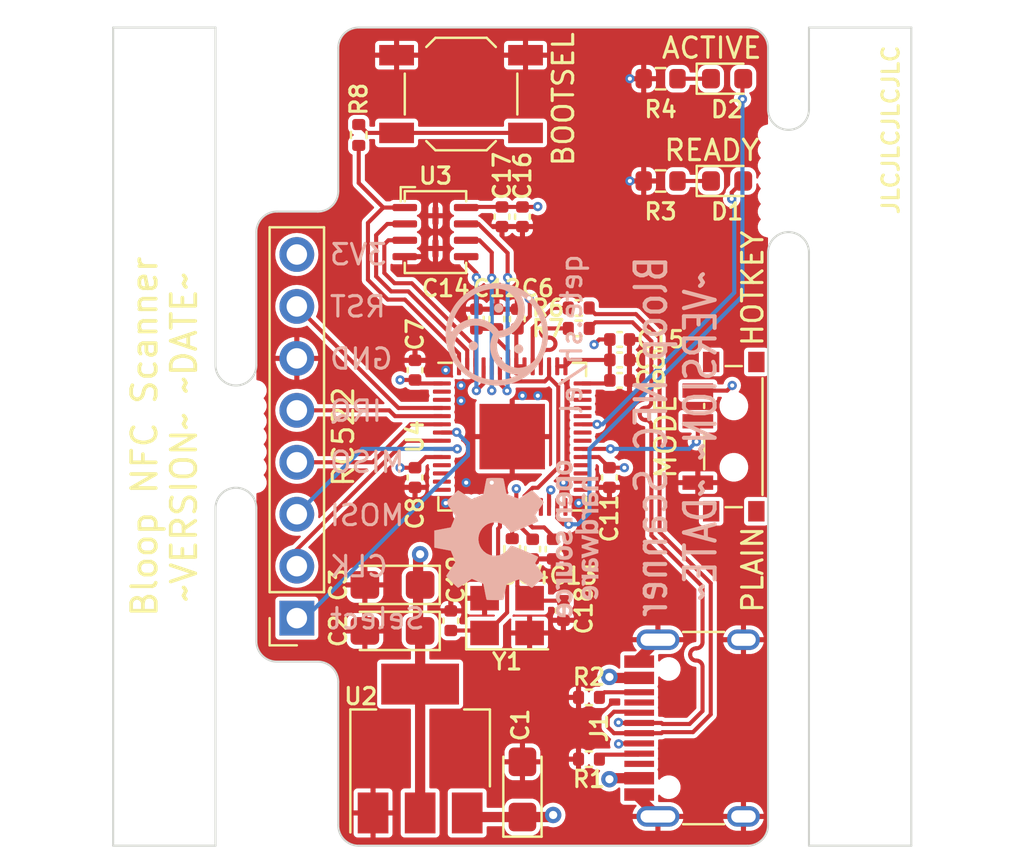
<source format=kicad_pcb>
(kicad_pcb (version 20240108) (generator "pcbnew") (generator_version "8.0")
  (title_block (title "Bloop NFC Scanner") (date "${DATE}") (rev "${VERSION}"))
  (layers (0 "F.Cu" signal) (1 "In1.Cu" signal) (2 "In2.Cu" signal) (31 "B.Cu" signal) (34 "B.Paste" user) (35 "F.Paste" user) (36 "B.SilkS" user "B.Silkscreen") (37 "F.SilkS" user "F.Silkscreen") (38 "B.Mask" user) (39 "F.Mask" user) (44 "Edge.Cuts" user))
  (property "DATE" "~DATE~")
  (property "VERSION" "~VERSION~")
  (net 0 "")
  (net 1 "VBUS")
  (net 2 "GND")
  (net 3 "+3V3")
  (net 4 "+1V1")
  (net 5 "/RP2040/XR")
  (net 6 "/RP2040/XIN")
  (net 7 "/USB_D-")
  (net 8 "/USB_D+")
  (net 9 "Net-(D1-K)")
  (net 10 "Net-(D2-K)")
  (net 11 "/CC1")
  (net 13 "/CC2")
  (net 15 "/RP2040/QSPI_SS")
  (net 16 "/RP2040/XOUT")
  (net 17 "/LED_RDY")
  (net 18 "/LED_ACT")
  (net 19 "/RP2040/QSPI_SD1")
  (net 20 "/RP2040/QSPI_SD2")
  (net 21 "/NFC_Select")
  (net 22 "/NFC_Clock")
  (net 23 "/NFC_MOSI")
  (net 24 "/NFC_MISO")
  (net 25 "/NFC_IRQ")
  (net 26 "/NFC_Reset")
  (net 27 "/RP2040/QSPI_SD0")
  (net 28 "/RP2040/QSPI_SCLK")
  (net 29 "/RP2040/QSPI_SD3")
  (net 51 "/RP2040/BOOTSEL")
  (net 53 "/MODE")
  (net 54 "/RP2040/USBD+")
  (net 55 "/RP2040/USBD-")
  (footprint "Capacitor_SMD:C_0402_1005Metric" (layer "F.Cu") (at 117.75 66.25 180)
    (property "Reference" "C5")
    (property "Value" "100n")
  )
  (footprint "My_Footprints:JLCPCB_Tooling_Hole" (layer "F.Cu") (at 95.5 87.5)
    (property "Reference" "REF**" (hide yes))
    (property "Value" "JLCPCB_Tooling_Hole")
  )
  (footprint "Crystal:Crystal_SMD_3225-4Pin_3.2x2.5mm" (layer "F.Cu") (at 112.25 78.75)
    (property "Reference" "Y1")
    (property "Value" "12MHz")
  )
  (footprint "Package_TO_SOT_SMD:SOT-223-3_TabPin2" (layer "F.Cu") (at 108 85.25 90)
    (property "Reference" "U2")
    (property "Value" "AMS1117-3.3")
  )
  (footprint "My_Footprints:JLCPCB_Tooling_Hole" (layer "F.Cu") (at 129.5 52.5)
    (property "Reference" "REF**" (hide yes))
    (property "Value" "JLCPCB_Tooling_Hole")
  )
  (footprint "LED_SMD:LED_0603_1608Metric" (layer "F.Cu") (at 123 57.5)
    (property "Reference" "D1")
    (property "Value" "RDY")
  )
  (footprint "Resistor_SMD:R_0402_1005Metric" (layer "F.Cu") (at 115.75 64.71 180)
    (property "Reference" "R7")
    (property "Value" "27R")
  )
  (footprint "Button_Switch_SMD:SW_SPST_TL3342" (layer "F.Cu") (at 110 53.25 180)
    (property "Reference" "SW1" (hide yes))
    (property "Value" "BOOTSEL")
  )
  (footprint "Capacitor_Tantalum_SMD:CP_EIA-3216-18_Kemet-A" (layer "F.Cu") (at 106.65 79.5 180)
    (property "Reference" "C2")
    (property "Value" "10u")
  )
  (footprint "Resistor_SMD:R_0402_1005Metric" (layer "F.Cu") (at 112.5 75.5 90)
    (property "Reference" "R9")
    (property "Value" "1k")
  )
  (footprint "Capacitor_SMD:C_0402_1005Metric" (layer "F.Cu") (at 117.75 67.25 180)
    (property "Reference" "C9")
    (property "Value" "100n")
  )
  (footprint "Capacitor_SMD:C_0402_1005Metric" (layer "F.Cu") (at 115 78.5 90)
    (property "Reference" "C18")
    (property "Value" "15p")
  )
  (footprint "Capacitor_SMD:C_0402_1005Metric" (layer "F.Cu") (at 107.75 66.75 -90)
    (property "Reference" "C7")
    (property "Value" "100n")
  )
  (footprint "Panelization:mouse-bite-2x5mm-slot-onesided-v2" (layer "F.Cu") (at 126 57.5 90)
    (property "Reference" "mouse-bite-2mm-slot" (hide yes))
    (property "Value" "VAL**" (hide yes))
    (fp_arc (start -3.5 -1) (mid -2.5 0) (end -3.5 1) (stroke (width 0.1)) (layer "Edge.Cuts"))
    (fp_arc (start 3.5 1) (mid 2.5 0) (end 3.5 -1) (stroke (width 0.1)) (layer "Edge.Cuts"))
  )
  (footprint "Connector_USB:USB_C_Receptacle_HRO_TYPE-C-31-M-12" (layer "F.Cu") (at 122.75 84.25 90)
    (property "Reference" "J1")
    (property "Value" "USB_C_USB2.0")
  )
  (footprint "Resistor_SMD:R_0603_1608Metric" (layer "F.Cu") (at 119.75 57.5 180)
    (property "Reference" "R3")
    (property "Value" "270R")
  )
  (footprint "My_Footprints:JLCPCB_Tooling_Hole" (layer "F.Cu") (at 95.5 52.5)
    (property "Reference" "REF**" (hide yes))
    (property "Value" "JLCPCB_Tooling_Hole")
  )
  (footprint "Capacitor_Tantalum_SMD:CP_EIA-3216-18_Kemet-A" (layer "F.Cu") (at 113 87.25 90)
    (property "Reference" "C1")
    (property "Value" "10u")
  )
  (footprint "Capacitor_SMD:C_0402_1005Metric" (layer "F.Cu") (at 112.75 64.25 -90)
    (property "Reference" "C6")
    (property "Value" "100n")
  )
  (footprint "Capacitor_SMD:C_0402_1005Metric" (layer "F.Cu") (at 114.5 75.5 90)
    (property "Reference" "C13")
    (property "Value" "100n")
  )
  (footprint "My_Footprints:JLCPCB_Tooling_Hole" (layer "F.Cu") (at 129.5 87.605)
    (property "Reference" "REF**" (hide yes))
    (property "Value" "JLCPCB_Tooling_Hole")
  )
  (footprint "Button_Switch_SMD:SW_SPDT_PCM12" (layer "F.Cu") (at 123 70 90)
    (property "Reference" "SW2" (hide yes))
    (property "Value" "MODE")
  )
  (footprint "Capacitor_SMD:C_0402_1005Metric" (layer "F.Cu") (at 117.25 72 90)
    (property "Reference" "C11")
    (property "Value" "100n")
  )
  (footprint "Capacitor_SMD:C_0402_1005Metric" (layer "F.Cu") (at 117.75 65.25 180)
    (property "Reference" "C15")
    (property "Value" "1u")
  )
  (footprint "Resistor_SMD:R_0402_1005Metric" (layer "F.Cu") (at 115.75 63.71 180)
    (property "Reference" "R6")
    (property "Value" "27R")
  )
  (footprint "Capacitor_SMD:C_0402_1005Metric" (layer "F.Cu") (at 112 59.25 90)
    (property "Reference" "C17")
    (property "Value" "100n")
  )
  (footprint "Capacitor_Tantalum_SMD:CP_EIA-3216-18_Kemet-A" (layer "F.Cu") (at 106.65 77.25 180)
    (property "Reference" "C3")
    (property "Value" "10u")
  )
  (footprint "Capacitor_SMD:C_0402_1005Metric" (layer "F.Cu") (at 110.75 64.25 -90)
    (property "Reference" "C14")
    (property "Value" "1u")
  )
  (footprint "Resistor_SMD:R_0402_1005Metric" (layer "F.Cu") (at 105 55.25 -90)
    (property "Reference" "R8")
    (property "Value" "1k")
  )
  (footprint "Resistor_SMD:R_0402_1005Metric" (layer "F.Cu") (at 116.25 85.77 180)
    (property "Reference" "R1")
    (property "Value" "5k1")
  )
  (footprint "LED_SMD:LED_0603_1608Metric" (layer "F.Cu") (at 123 52.5)
    (property "Reference" "D2")
    (property "Value" "ACT")
  )
  (footprint "Connector_PinSocket_2.54mm:PinSocket_1x08_P2.54mm_Vertical" (layer "F.Cu") (at 101.975 78.875 180)
    (property "Reference" "U1" (hide yes))
    (property "Value" "NFCModuleRC522")
  )
  (footprint "Capacitor_SMD:C_0402_1005Metric" (layer "F.Cu") (at 109.5 79 -90)
    (property "Reference" "C19")
    (property "Value" "15p")
  )
  (footprint "Resistor_SMD:R_0402_1005Metric" (layer "F.Cu") (at 116.25 82.75 180)
    (property "Reference" "R2")
    (property "Value" "5k1")
  )
  (footprint "Capacitor_SMD:C_0402_1005Metric" (layer "F.Cu") (at 107.75 72 90)
    (property "Reference" "C8")
    (property "Value" "100n")
  )
  (footprint "Resistor_SMD:R_0603_1608Metric" (layer "F.Cu") (at 119.75 52.5 180)
    (property "Reference" "R4")
    (property "Value" "270R")
  )
  (footprint "Panelization:mouse-bite-2x5mm-slot-onesided-v2" (layer "F.Cu") (at 99 70 -90)
    (property "Reference" "mouse-bite-2mm-slot" (hide yes))
    (property "Value" "VAL**" (hide yes))
    (fp_arc (start 3.5 1) (mid 2.5 0) (end 3.5 -1) (stroke (width 0.1)) (layer "Edge.Cuts"))
    (fp_arc (start -3.5 -1) (mid -2.5 0) (end -3.5 1) (stroke (width 0.1)) (layer "Edge.Cuts"))
  )
  (footprint "Capacitor_SMD:C_0402_1005Metric" (layer "F.Cu") (at 113 59.25 90)
    (property "Reference" "C16")
    (property "Value" "1u")
  )
  (footprint "Package_DFN_QFN:QFN-56-1EP_7x7mm_P0.4mm_EP3.2x3.2mm" (layer "F.Cu") (at 112.5 70)
    (property "Reference" "U4")
    (property "Value" "RP2040")
  )
  (footprint "My_Footprints:USON8 (3x4)" (layer "F.Cu") (at 108.75 60 -90)
    (property "Reference" "U3")
    (property "Value" "W25Q32JVUU")
  )
  (footprint "Capacitor_SMD:C_0402_1005Metric" (layer "F.Cu") (at 113.5 75.5 90)
    (property "Reference" "C4")
    (property "Value" "100n")
  )
  (footprint "Capacitor_SMD:C_0402_1005Metric" (layer "F.Cu") (at 111.75 64.25 -90)
    (property "Reference" "C12")
    (property "Value" "100n")
  )
  (footprint "My_Footprints:CutieMark5mmInverted" (layer "B.Cu") (at 111.75 65 180)
    (property "Reference" "G***" (hide yes))
    (property "Value" "LOGO" (hide yes))
  )
  (footprint "Symbol:OSHW-Logo_7.5x8mm_SilkScreen" (layer "B.Cu") (at 112.7 75 -90)
    (property "Reference" "REF**" (hide yes))
    (property "Value" "OSHW-Logo_7.5x8mm_SilkScreen" (hide yes))
  )
  (gr_line (start 100 73.5) (end 100 80) (stroke (width 0.1)) (layer "Edge.Cuts"))
  (gr_line (start 104 82) (end 104 89) (stroke (width 0.1)) (layer "Edge.Cuts"))
  (gr_line (start 104 51) (end 104 58) (stroke (width 0.1)) (layer "Edge.Cuts"))
  (gr_line (start 127 54) (end 127 50) (stroke (width 0.1)) (layer "Edge.Cuts"))
  (gr_arc (start 105 90) (mid 104.292893 89.707107) (end 104 89) (stroke (width 0.1)) (layer "Edge.Cuts"))
  (gr_line (start 124 90) (end 105 90) (stroke (width 0.1)) (layer "Edge.Cuts"))
  (gr_line (start 132 90) (end 127 90) (stroke (width 0.1)) (layer "Edge.Cuts"))
  (gr_line (start 93 50) (end 93 90) (stroke (width 0.1)) (layer "Edge.Cuts"))
  (gr_line (start 105 50) (end 124 50) (stroke (width 0.1)) (layer "Edge.Cuts"))
  (gr_line (start 98 90) (end 98 73.5) (stroke (width 0.1)) (layer "Edge.Cuts"))
  (gr_line (start 98 66.5) (end 98 50) (stroke (width 0.1)) (layer "Edge.Cuts"))
  (gr_line (start 127 50) (end 132 50) (stroke (width 0.1)) (layer "Edge.Cuts"))
  (gr_line (start 100 66.5) (end 100 60) (stroke (width 0.1)) (layer "Edge.Cuts"))
  (gr_arc (start 101 81) (mid 100.292893 80.707107) (end 100 80) (stroke (width 0.1)) (layer "Edge.Cuts"))
  (gr_line (start 103 59) (end 101 59) (stroke (width 0.1)) (layer "Edge.Cuts"))
  (gr_arc (start 124 50) (mid 124.707107 50.292893) (end 125 51) (stroke (width 0.1)) (layer "Edge.Cuts"))
  (gr_line (start 125 51) (end 125 54) (stroke (width 0.1)) (layer "Edge.Cuts"))
  (gr_arc (start 104 58) (mid 103.707107 58.707107) (end 103 59) (stroke (width 0.1)) (layer "Edge.Cuts"))
  (gr_arc (start 104 51) (mid 104.292893 50.292893) (end 105 50) (stroke (width 0.1)) (layer "Edge.Cuts"))
  (gr_line (start 125 61) (end 125 89) (stroke (width 0.1)) (layer "Edge.Cuts"))
  (gr_arc (start 125 89) (mid 124.707107 89.707107) (end 124 90) (stroke (width 0.1)) (layer "Edge.Cuts"))
  (gr_line (start 101 81) (end 103 81) (stroke (width 0.1)) (layer "Edge.Cuts"))
  (gr_line (start 93 90) (end 98 90) (stroke (width 0.1)) (layer "Edge.Cuts"))
  (gr_line (start 127 90) (end 127 61) (stroke (width 0.1)) (layer "Edge.Cuts"))
  (gr_line (start 98 50) (end 93 50) (stroke (width 0.1)) (layer "Edge.Cuts"))
  (gr_arc (start 103 81) (mid 103.707107 81.292893) (end 104 82) (stroke (width 0.1)) (layer "Edge.Cuts"))
  (gr_line (start 132 50) (end 132 90) (stroke (width 0.1)) (layer "Edge.Cuts"))
  (gr_arc (start 100 60) (mid 100.292893 59.292893) (end 101 59) (stroke (width 0.1)) (layer "Edge.Cuts"))
  (gr_text "MOSI" (at 103.5 73.85 0) (layer "B.SilkS") (effects (font (size 1 1)) (justify right mirror)))
  (gr_text "${TITLE}\n${VERSION} ${DATE}" (at 120.5 70 90) (layer "B.SilkS") (effects (font (size 1.5 1.2) (thickness 0.2)) (justify mirror)))
  (gr_text "3V3" (at 103.5 61.1 0) (layer "B.SilkS") (effects (font (size 1 1)) (justify right mirror)))
  (gr_text "CLK" (at 103.5 76.35 0) (layer "B.SilkS") (effects (font (size 1 1)) (justify right mirror)))
  (gr_text "IRQ" (at 103.5 68.75 0) (layer "B.SilkS") (effects (font (size 1 1)) (justify right mirror)))
  (gr_text "qete.sh/el" (at 115.4 65 90) (layer "B.SilkS") (effects (font (size 1 1)) (justify mirror)))
  (gr_text "Select" (at 103.5 78.9 0) (layer "B.SilkS") (effects (font (size 1 1)) (justify right mirror)))
  (gr_text "RST" (at 103.5 63.65 0) (layer "B.SilkS") (effects (font (size 1 1)) (justify right mirror)))
  (gr_text "MISO" (at 103.5 71.25 0) (layer "B.SilkS") (effects (font (size 1 1)) (justify right mirror)))
  (gr_text "GND" (at 103.5 66.2 0) (layer "B.SilkS") (effects (font (size 1 1)) (justify right mirror)))
  (gr_text "MODE" (at 120 70 90) (layer "F.SilkS") (effects (font (size 1 1))))
  (gr_text "${TITLE}\n${VERSION} ${DATE}" (at 95.5 70 90) (layer "F.SilkS") (effects (font (size 1.2 1.2) (thickness 0.18))))
  (gr_text "HOTKEY" (at 124.25 62.75 90) (layer "F.SilkS") (effects (font (size 1 1))))
  (gr_text "PLAIN" (at 124.25 76.5 90) (layer "F.SilkS") (effects (font (size 1 1))))
  (gr_text "READY" (at 122.25 56 0) (layer "F.SilkS") (effects (font (size 1 1))))
  (gr_text "JLCJLCJLCJLC" (at 131 55 90) (layer "F.SilkS") (effects (font (size 0.8 0.8))))
  (gr_text "ACTIVE" (at 122.25 51 0) (layer "F.SilkS") (effects (font (size 1 1))))
  (gr_text "BOOTSEL" (at 115 53.5 90) (layer "F.SilkS") (effects (font (size 1 1))))
  (gr_text "RC522" (at 104.25 70 90) (layer "F.SilkS") (effects (font (size 1 1))))
  (segment (start 114.4 88.6) (end 114.5 88.5) (width 0.5) (layer "F.Cu") (net 1))
  (segment (start 117.3 81.8) (end 117.25 81.75) (width 0.5) (layer "F.Cu") (net 1))
  (segment (start 118.705 81.8) (end 117.3 81.8) (width 0.5) (layer "F.Cu") (net 1))
  (segment (start 118.705 86.7) (end 117.3 86.7) (width 0.5) (layer "F.Cu") (net 1))
  (segment (start 117.3 86.7) (end 117.25 86.75) (width 0.5) (layer "F.Cu") (net 1))
  (segment (start 113 88.6) (end 114.4 88.6) (width 0.5) (layer "F.Cu") (net 1))
  (segment (start 113 88.6) (end 110.5 88.6) (width 0.5) (layer "F.Cu") (net 1))
  (via (at 114.5 88.5) (size 0.8) (drill 0.4) (layers "F.Cu" "B.Cu") (net 1))
  (via (at 117.25 86.75) (size 0.8) (drill 0.4) (layers "F.Cu" "B.Cu") (net 1))
  (via (at 117.25 81.75) (size 0.8) (drill 0.4) (layers "F.Cu" "B.Cu") (net 1))
  (segment (start 118.705 80.845) (end 119.62 79.93) (width 0.5) (layer "F.Cu") (net 2))
  (segment (start 118.705 81) (end 118.705 80.845) (width 0.5) (layer "F.Cu") (net 2))
  (segment (start 118.25 52.5) (end 118.925 52.5) (width 0.2) (layer "F.Cu") (net 2))
  (segment (start 118.705 87.5) (end 118.705 87.655) (width 0.5) (layer "F.Cu") (net 2))
  (segment (start 118.705 87.655) (end 119.62 88.57) (width 0.5) (layer "F.Cu") (net 2))
  (segment (start 118.925 57.5) (end 118.25 57.5) (width 0.2) (layer "F.Cu") (net 2))
  (via (at 110 68.25) (size 0.45) (drill 0.2) (layers "F.Cu" "B.Cu") (net 2))
  (via (at 113 68) (size 0.45) (drill 0.2) (layers "F.Cu" "B.Cu") (net 2))
  (via (at 110.25 72.25) (size 0.45) (drill 0.2) (layers "F.Cu" "B.Cu") (net 2))
  (via (at 118.25 52.5) (size 0.45) (drill 0.2) (layers "F.Cu" "B.Cu") (net 2))
  (via (at 109.25 66.75) (size 0.45) (drill 0.2) (layers "F.Cu" "B.Cu") (net 2))
  (via (at 115 72.25) (size 0.45) (drill 0.2) (layers "F.Cu" "B.Cu") (net 2))
  (via (at 118.25 57.5) (size 0.45) (drill 0.2) (layers "F.Cu" "B.Cu") (net 2))
  (via (at 111.5 72.25) (size 0.45) (drill 0.2) (layers "F.Cu" "B.Cu") (net 2))
  (via (at 109.25 73.25) (size 0.45) (drill 0.2) (layers "F.Cu" "B.Cu") (net 2))
  (via (at 113.75 68) (size 0.45) (drill 0.2) (layers "F.Cu" "B.Cu") (net 2))
  (via (at 115.75 73.25) (size 0.45) (drill 0.2) (layers "F.Cu" "B.Cu") (net 2))
  (via (at 110 67.5) (size 0.45) (drill 0.2) (layers "F.Cu" "B.Cu") (net 2))
  (segment (start 117.27 65.25) (end 116.75 65.25) (width 0.2) (layer "F.Cu") (net 3))
  (segment (start 117.12 67.4) (end 117.27 67.25) (width 0.2) (layer "F.Cu") (net 3))
  (segment (start 123 67.75) (end 123.25 67.5) (width 0.2) (layer "F.Cu") (net 3))
  (segment (start 112.7 74.209988) (end 113.5 75.009988) (width 0.2) (layer "F.Cu") (net 3))
  (segment (start 117.25 71.52) (end 117.98 71.52) (width 0.2) (layer "F.Cu") (net 3))
  (segment (start 108 82.1) (end 108 79.6) (width 0.5) (layer "F.Cu") (net 3))
  (segment (start 107.75 67.23) (end 107.02 67.23) (width 0.2) (layer "F.Cu") (net 3))
  (segment (start 113.5 75.009988) (end 113.5 75.02) (width 0.2) (layer "F.Cu") (net 3))
  (segment (start 113.73 58.77) (end 113.75 58.75) (width 0.2) (layer "F.Cu") (net 3))
  (segment (start 107.75 71.52) (end 107.02 71.52) (width 0.2) (layer "F.Cu") (net 3))
  (segment (start 107.9 75.85) (end 108 75.75) (width 0.5) (layer "F.Cu") (net 3))
  (segment (start 108 88.4) (end 108 82.1) (width 0.5) (layer "F.Cu") (net 3))
  (segment (start 112.7 73.4375) (end 112.7 72.55) (width 0.2) (layer "F.Cu") (net 3))
  (segment (start 109.0625 67.4) (end 107.92 67.4) (width 0.2) (layer "F.Cu") (net 3))
  (segment (start 107.9 79.5) (end 107.9 77.25) (width 0.5) (layer "F.Cu") (net 3))
  (segment (start 115.9375 71) (end 116.73 71) (width 0.2) (layer "F.Cu") (net 3))
  (segment (start 116.73 71) (end 117.25 71.52) (width 0.2) (layer "F.Cu") (net 3))
  (segment (start 117.27 67.25) (end 117.27 66.25) (width 0.2) (layer "F.Cu") (net 3))
  (segment (start 113.326159 63.237959) (end 113.326159 63.413905) (width 0.2) (layer "F.Cu") (net 3))
  (segment (start 121.57 67.75) (end 123 67.75) (width 0.2) (layer "F.Cu") (net 3))
  (segment (start 117.27 66.25) (end 115.4125 66.25) (width 0.2) (layer "F.Cu") (net 3))
  (segment (start 115.4125 66.25) (end 115.1 66.5625) (width 0.2) (layer "F.Cu") (net 3))
  (segment (start 109.0625 71) (end 108.27 71) (width 0.2) (layer "F.Cu") (net 3))
  (segment (start 113.326159 63.413905) (end 113.36 63.447746) (width 0.2) (layer "F.Cu") (net 3))
  (segment (start 113.36 63.447746) (end 113.36 64.12) (width 0.2) (layer "F.Cu") (net 3))
  (segment (start 113.36 64.12) (end 112.75 64.73) (width 0.2) (layer "F.Cu") (net 3))
  (segment (start 117.27 66.25) (end 117.27 65.25) (width 0.2) (layer "F.Cu") (net 3))
  (segment (start 107.9 77.25) (end 107.9 75.85) (width 0.5) (layer "F.Cu") (net 3))
  (segment (start 110.28 58.77) (end 110.25 58.8) (width 0.2) (layer "F.Cu") (net 3))
  (segment (start 114.383128 72.608628) (end 114.3 72.691756) (width 0.2) (layer "F.Cu") (net 3))
  (segment (start 113.1 66.5625) (end 112.7 66.5625) (width 0.2) (layer "F.Cu") (net 3))
  (segment (start 116.75 65.25) (end 116.5 65.5) (width 0.2) (layer "F.Cu") (net 3))
  (segment (start 115.9375 67.4) (end 117.12 67.4) (width 0.2) (layer "F.Cu") (net 3))
  (segment (start 107.92 67.4) (end 107.75 67.23) (width 0.2) (layer "F.Cu") (net 3))
  (segment (start 114.3 72.691756) (end 114.3 73.4375) (width 0.2) (layer "F.Cu") (net 3))
  (segment (start 112 58.77) (end 110.28 58.77) (width 0.2) (layer "F.Cu") (net 3))
  (segment (start 112.7 66.5625) (end 112.7 64.78) (width 0.2) (layer "F.Cu") (net 3))
  (segment (start 114.7 66.5625) (end 115.1 66.5625) (width 0.2) (layer "F.Cu") (net 3))
  (segment (start 113 58.77) (end 113.73 58.77) (width 0.2) (layer "F.Cu") (net 3))
  (segment (start 108.27 71) (end 107.75 71.52) (width 0.2) (layer "F.Cu") (net 3))
  (segment (start 113 58.77) (end 112 58.77) (width 0.2) (layer "F.Cu") (net 3))
  (segment (start 112.7 64.78) (end 112.75 64.73) (width 0.2) (layer "F.Cu") (net 3))
  (segment (start 112.7 73.4375) (end 112.7 74.209988) (width 0.2) (layer "F.Cu") (net 3))
  (via (at 113.326159 63.237959) (size 0.45) (drill 0.2) (layers "F.Cu" "B.Cu") (net 3))
  (via (at 113.75 58.75) (size 0.45) (drill 0.2) (layers "F.Cu" "B.Cu") (net 3))
  (via (at 107.02 71.52) (size 0.45) (drill 0.2) (layers "F.Cu" "B.Cu") (net 3))
  (via (at 114.383128 72.608628) (size 0.45) (drill 0.2) (layers "F.Cu" "B.Cu") (net 3))
  (via (at 117.98 71.52) (size 0.45) (drill 0.2) (layers "F.Cu" "B.Cu") (net 3))
  (via (at 107.02 67.23) (size 0.45) (drill 0.2) (layers "F.Cu" "B.Cu") (net 3))
  (via (at 123.25 67.5) (size 0.45) (drill 0.2) (layers "F.Cu" "B.Cu") (net 3))
  (via (at 116.5 65.5) (size 0.45) (drill 0.2) (layers "F.Cu" "B.Cu") (net 3))
  (via (at 112.7 72.55) (size 0.45) (drill 0.2) (layers "F.Cu" "B.Cu") (net 3))
  (via (at 108 75.75) (size 0.8) (drill 0.4) (layers "F.Cu" "B.Cu") (net 3))
  (segment (start 112.505025 67.3) (end 112.3 67.094975) (width 0.2) (layer "F.Cu") (net 4))
  (segment (start 112.3 67.094975) (end 112.3 66.5625) (width 0.2) (layer "F.Cu") (net 4))
  (segment (start 113.1 72.905025) (end 113.505025 72.5) (width 0.2) (layer "F.Cu") (net 4))
  (segment (start 110.75 64.73) (end 111.75 64.73) (width 0.2) (layer "F.Cu") (net 4))
  (segment (start 114.75 71.5) (end 114.75 67.544975) (width 0.2) (layer "F.Cu") (net 4))
  (segment (start 112.3 66.5625) (end 112.3 65.8) (width 0.2) (layer "F.Cu") (net 4))
  (segment (start 114.3 66.5625) (end 114.3 67.094975) (width 0.2) (layer "F.Cu") (net 4))
  (segment (start 113.1 73.4375) (end 113.1 72.905025) (width 0.2) (layer "F.Cu") (net 4))
  (segment (start 114.75 67.544975) (end 114.3 67.094975) (width 0.2) (layer "F.Cu") (net 4))
  (segment (start 114.094975 67.3) (end 112.505025 67.3) (width 0.2) (layer "F.Cu") (net 4))
  (segment (start 113.1 73.4375) (end 113.1 74.044302) (width 0.2) (layer "F.Cu") (net 4))
  (segment (start 113.495698 74.44) (end 114.06 74.44) (width 0.2) (layer "F.Cu") (net 4))
  (segment (start 112.3 65.8) (end 111.75 65.25) (width 0.2) (layer "F.Cu") (net 4))
  (segment (start 113.75 72.5) (end 114.75 71.5) (width 0.2) (layer "F.Cu") (net 4))
  (segment (start 114.3 67.094975) (end 114.094975 67.3) (width 0.2) (layer "F.Cu") (net 4))
  (segment (start 113.1 74.044302) (end 113.495698 74.44) (width 0.2) (layer "F.Cu") (net 4))
  (segment (start 113.505025 72.5) (end 113.75 72.5) (width 0.2) (layer "F.Cu") (net 4))
  (segment (start 111.75 65.25) (end 111.75 64.73) (width 0.2) (layer "F.Cu") (net 4))
  (segment (start 114.06 74.44) (end 114.5 74.88) (width 0.2) (layer "F.Cu") (net 4))
  (segment (start 114.5 74.88) (end 114.5 75.02) (width 0.2) (layer "F.Cu") (net 4))
  (segment (start 113.47 78.02) (end 113.35 77.9) (width 0.2) (layer "F.Cu") (net 5))
  (segment (start 115 78.02) (end 113.47 78.02) (width 0.2) (layer "F.Cu") (net 5))
  (segment (start 112.75 77.3) (end 112.75 76.75) (width 0.2) (layer "F.Cu") (net 5))
  (segment (start 112.75 76.75) (end 112.5 76.5) (width 0.2) (layer "F.Cu") (net 5))
  (segment (start 113.35 77.9) (end 112.75 77.3) (width 0.2) (layer "F.Cu") (net 5))
  (segment (start 112.5 76.5) (end 112.5 76.01) (width 0.2) (layer "F.Cu") (net 5))
  (segment (start 112.25 78.6) (end 111.25 79.6) (width 0.2) (layer "F.Cu") (net 6))
  (segment (start 111.9 73.4375) (end 111.9 74.409988) (width 0.2) (layer "F.Cu") (net 6))
  (segment (start 111.03 79.48) (end 111.15 79.6) (width 0.2) (layer "F.Cu") (net 6))
  (segment (start 111.25 79.6) (end 111.15 79.6) (width 0.2) (layer "F.Cu") (net 6))
  (segment (start 111.809988 74.5) (end 111.809988 76.659988) (width 0.2) (layer "F.Cu") (net 6))
  (segment (start 109.5 79.48) (end 111.03 79.48) (width 0.2) (layer "F.Cu") (net 6))
  (segment (start 111.809988 76.659988) (end 112.25 77.1) (width 0.2) (layer "F.Cu") (net 6))
  (segment (start 111.9 74.409988) (end 111.809988 74.5) (width 0.2) (layer "F.Cu") (net 6))
  (segment (start 112.25 77.1) (end 112.25 78.6) (width 0.2) (layer "F.Cu") (net 6))
  (segment (start 116.26 64.71) (end 116.56 64.41) (width 0.2) (layer "F.Cu") (net 7))
  (segment (start 121.8 81.25) (end 121.8 83.417156) (width 0.2) (layer "F.Cu") (net 7))
  (segment (start 121.8 77.332844) (end 121.8 80.05) (width 0.2) (layer "F.Cu") (net 7))
  (segment (start 121.167156 84.05) (end 119.842501 84.05) (width 0.2) (layer "F.Cu") (net 7))
  (segment (start 117.7145 84) (end 117.69 83.9755) (width 0.2) (layer "F.Cu") (net 7))
  (segment (start 119.842501 84.05) (end 119.792501 84) (width 0.2) (layer "F.Cu") (net 7))
  (segment (start 119.3 74.832844) (end 121.8 77.332844) (width 0.2) (layer "F.Cu") (net 7))
  (segment (start 118.705 84) (end 117.7145 84) (width 0.2) (layer "F.Cu") (net 7))
  (segment (start 117.7 85.0245) (end 117.7245 85) (width 0.2) (layer "F.Cu") (net 7))
  (segment (start 119.792501 84) (end 118.705 84) (width 0.2) (layer "F.Cu") (net 7))
  (segment (start 119.3 65.332844) (end 119.3 68.3) (width 0.2) (layer "F.Cu") (net 7))
  (segment (start 119.3 69.5) (end 119.3 74.832844) (width 0.2) (layer "F.Cu") (net 7))
  (segment (start 119.014267 68.585733) (end 119.014266 68.585733) (width 0.2) (layer "F.Cu") (net 7))
  (segment (start 117.7245 85) (end 118.705 85) (width 0.2) (layer "F.Cu") (net 7))
  (segment (start 116.56 64.41) (end 118.377156 64.41) (width 0.2) (layer "F.Cu") (net 7))
  (segment (start 121.493669 80.95) (end 121.5 80.95) (width 0.2) (layer "F.Cu") (net 7))
  (segment (start 118.377156 64.41) (end 119.3 65.332844) (width 0.2) (layer "F.Cu") (net 7))
  (segment (start 118.728533 68.871466) (end 118.728533 68.9) (width 0.2) (layer "F.Cu") (net 7))
  (segment (start 119.3 69.471466) (end 119.3 69.5) (width 0.2) (layer "F.Cu") (net 7))
  (segment (start 121.5 80.35) (end 121.493669 80.35) (width 0.2) (layer "F.Cu") (net 7))
  (segment (start 119.014266 69.185733) (end 119.014267 69.185733) (width 0.2) (layer "F.Cu") (net 7))
  (segment (start 121.8 83.417156) (end 121.167156 84.05) (width 0.2) (layer "F.Cu") (net 7))
  (via (at 117.7 85.0245) (size 0.45) (drill 0.2) (layers "F.Cu" "B.Cu") (net 7))
  (via (at 117.69 83.9755) (size 0.45) (drill 0.2) (layers "F.Cu" "B.Cu") (net 7))
  (arc (start 119.014267 69.185733) (mid 119.216311 69.269422) (end 119.3 69.471466) (width 0.2) (layer "F.Cu") (net 7))
  (arc (start 121.5 80.95) (mid 121.712132 81.037868) (end 121.8 81.25) (width 0.2) (layer "F.Cu") (net 7))
  (arc (start 118.728533 68.9) (mid 118.812222 69.102044) (end 119.014266 69.185733) (width 0.2) (layer "F.Cu") (net 7))
  (arc (start 121.193669 80.65) (mid 121.281537 80.862132) (end 121.493669 80.95) (width 0.2) (layer "F.Cu") (net 7))
  (arc (start 121.8 80.05) (mid 121.712132 80.262132) (end 121.5 80.35) (width 0.2) (layer "F.Cu") (net 7))
  (arc (start 119.014266 68.585733) (mid 118.812222 68.669422) (end 118.728533 68.871466) (width 0.2) (layer "F.Cu") (net 7))
  (arc (start 119.3 68.3) (mid 119.216311 68.502044) (end 119.014267 68.585733) (width 0.2) (layer "F.Cu") (net 7))
  (arc (start 121.493669 80.35) (mid 121.281537 80.437868) (end 121.193669 80.65) (width 0.2) (layer "F.Cu") (net 7))
  (segment (start 117.473037 84.5) (end 117.472537 84.5005) (width 0.2) (layer "F.Cu") (net 8))
  (segment (start 118.705 83.5) (end 118.6555 83.4505) (width 0.2) (layer "F.Cu") (net 8))
  (segment (start 118.542844 64.01) (end 116.56 64.01) (width 0.2) (layer "F.Cu") (net 8))
  (segment (start 121.332844 84.45) (end 122.2 83.582844) (width 0.2) (layer "F.Cu") (net 8))
  (segment (start 119.7 65.167156) (end 118.542844 64.01) (width 0.2) (layer "F.Cu") (net 8))
  (segment (start 117.165 83.758037) (end 117.165 84.192963) (width 0.2) (layer "F.Cu") (net 8))
  (segment (start 122.2 77.167156) (end 119.7 74.667156) (width 0.2) (layer "F.Cu") (net 8))
  (segment (start 119.792501 84.5) (end 119.842501 84.45) (width 0.2) (layer "F.Cu") (net 8))
  (segment (start 117.165 84.192963) (end 117.472537 84.5005) (width 0.2) (layer "F.Cu") (net 8))
  (segment (start 116.56 64.01) (end 116.26 63.71) (width 0.2) (layer "F.Cu") (net 8))
  (segment (start 119.7 74.667156) (end 119.7 65.167156) (width 0.2) (layer "F.Cu") (net 8))
  (segment (start 118.705 84.5) (end 119.792501 84.5) (width 0.2) (layer "F.Cu") (net 8))
  (segment (start 119.842501 84.45) (end 121.332844 84.45) (width 0.2) (layer "F.Cu") (net 8))
  (segment (start 118.705 84.5) (end 117.473037 84.5) (width 0.2) (layer "F.Cu") (net 8))
  (segment (start 122.2 83.582844) (end 122.2 77.167156) (width 0.2) (layer "F.Cu") (net 8))
  (segment (start 117.472537 83.4505) (end 117.165 83.758037) (width 0.2) (layer "F.Cu") (net 8))
  (segment (start 118.6555 83.4505) (end 117.472537 83.4505) (width 0.2) (layer "F.Cu") (net 8))
  (segment (start 120.575 57.5) (end 122.2125 57.5) (width 0.2) (layer "F.Cu") (net 9))
  (segment (start 120.575 52.5) (end 122.2125 52.5) (width 0.2) (layer "F.Cu") (net 10))
  (segment (start 118.705 85.5) (end 118.6555 85.5495) (width 0.2) (layer "F.Cu") (net 11))
  (segment (start 118.6555 85.5495) (end 116.8095 85.5495) (width 0.2) (layer "F.Cu") (net 11))
  (segment (start 118.705 82.5) (end 117.01 82.5) (width 0.2) (layer "F.Cu") (net 13))
  (segment (start 117.01 82.5) (end 116.76 82.75) (width 0.2) (layer "F.Cu") (net 13))
  (segment (start 106.2 58.8) (end 105 57.6) (width 0.2) (layer "F.Cu") (net 15))
  (segment (start 107.256374 63.3) (end 106.418628 63.3) (width 0.2) (layer "F.Cu") (net 15))
  (segment (start 106.418628 63.3) (end 105.45 62.33137) (width 0.2) (layer "F.Cu") (net 15))
  (segment (start 106.2 58.8) (end 107.25 58.8) (width 0.2) (layer "F.Cu") (net 15))
  (segment (start 109.9 66.5625) (end 109.9 65.943626) (width 0.2) (layer "F.Cu") (net 15))
  (segment (start 105.45 62.33137) (end 105.45 59.55) (width 0.2) (layer "F.Cu") (net 15))
  (segment (start 105.45 59.55) (end 106.2 58.8) (width 0.2) (layer "F.Cu") (net 15))
  (segment (start 105 57.6) (end 105 55.76) (width 0.2) (layer "F.Cu") (net 15))
  (segment (start 109.9 65.943626) (end 107.256374 63.3) (width 0.2) (layer "F.Cu") (net 15))
  (segment (start 112.3 74.375674) (end 112.3 73.4375) (width 0.2) (layer "F.Cu") (net 16))
  (segment (start 112.5 74.575674) (end 112.3 74.375674) (width 0.2) (layer "F.Cu") (net 16))
  (segment (start 112.5 74.99) (end 112.5 74.575674) (width 0.2) (layer "F.Cu") (net 16))
  (segment (start 123.2255 58.062) (end 123.7875 57.5) (width 0.2) (layer "F.Cu") (net 17))
  (segment (start 116.645391 69.4) (end 115.9375 69.4) (width 0.2) (layer "F.Cu") (net 17))
  (segment (start 123.2255 58.3755) (end 123.2255 58.062) (width 0.2) (layer "F.Cu") (net 17))
  (via (at 123.2255 58.3755) (size 0.45) (drill 0.2) (layers "F.Cu" "B.Cu") (net 17))
  (via (at 116.645391 69.4) (size 0.45) (drill 0.2) (layers "F.Cu" "B.Cu") (net 17))
  (segment (start 116.910527 69.4) (end 123.35 62.960527) (width 0.2) (layer "B.Cu") (net 17))
  (segment (start 123.35 58.5) (end 123.2255 58.3755) (width 0.2) (layer "B.Cu") (net 17))
  (segment (start 116.645391 69.4) (end 116.910527 69.4) (width 0.2) (layer "B.Cu") (net 17))
  (segment (start 123.35 62.960527) (end 123.35 58.5) (width 0.2) (layer "B.Cu") (net 17))
  (segment (start 115.016912 74.286887) (end 114.7 73.969975) (width 0.2) (layer "F.Cu") (net 18))
  (segment (start 123.75 53.5) (end 123.75 52.5375) (width 0.2) (layer "F.Cu") (net 18))
  (segment (start 123.75 52.5375) (end 123.7875 52.5) (width 0.2) (layer "F.Cu") (net 18))
  (segment (start 115.258679 74.286887) (end 115.016912 74.286887) (width 0.2) (layer "F.Cu") (net 18))
  (segment (start 114.7 73.969975) (end 114.7 73.4375) (width 0.2) (layer "F.Cu") (net 18))
  (via (at 123.75 53.5) (size 0.45) (drill 0.2) (layers "F.Cu" "B.Cu") (net 18))
  (via (at 115.258679 74.286887) (size 0.45) (drill 0.2) (layers "F.Cu" "B.Cu") (net 18))
  (segment (start 123.75 63.126213) (end 123.75 53.5) (width 0.2) (layer "B.Cu") (net 18))
  (segment (start 116.275 73.725) (end 116.275 70.601213) (width 0.2) (layer "B.Cu") (net 18))
  (segment (start 115.258679 74.286887) (end 115.713113 74.286887) (width 0.2) (layer "B.Cu") (net 18))
  (segment (start 115.713113 74.286887) (end 116.275 73.725) (width 0.2) (layer "B.Cu") (net 18))
  (segment (start 116.275 70.601213) (end 123.75 63.126213) (width 0.2) (layer "B.Cu") (net 18))
  (segment (start 106.4 59.6) (end 107.25 59.6) (width 0.2) (layer "F.Cu") (net 19))
  (segment (start 107.42206 62.9) (end 106.584314 62.9) (width 0.2) (layer "F.Cu") (net 19))
  (segment (start 110.3 65.77794) (end 107.42206 62.9) (width 0.2) (layer "F.Cu") (net 19))
  (segment (start 105.85 60.15) (end 106.4 59.6) (width 0.2) (layer "F.Cu") (net 19))
  (segment (start 105.85 62.165685) (end 105.85 60.15) (width 0.2) (layer "F.Cu") (net 19))
  (segment (start 106.584314 62.9) (end 105.85 62.165685) (width 0.2) (layer "F.Cu") (net 19))
  (segment (start 110.3 66.5625) (end 110.3 65.77794) (width 0.2) (layer "F.Cu") (net 19))
  (segment (start 106.45 60.4) (end 107.25 60.4) (width 0.2) (layer "F.Cu") (net 20))
  (segment (start 106.25 60.6) (end 106.45 60.4) (width 0.2) (layer "F.Cu") (net 20))
  (segment (start 110.7 65.612254) (end 107.587746 62.5) (width 0.2) (layer "F.Cu") (net 20))
  (segment (start 106.25 62) (end 106.25 60.6) (width 0.2) (layer "F.Cu") (net 20))
  (segment (start 110.7 66.5625) (end 110.7 65.612254) (width 0.2) (layer "F.Cu") (net 20))
  (segment (start 106.75 62.5) (end 106.25 62) (width 0.2) (layer "F.Cu") (net 20))
  (segment (start 107.587746 62.5) (end 106.75 62.5) (width 0.2) (layer "F.Cu") (net 20))
  (segment (start 109.0625 69.8) (end 109.771046 69.8) (width 0.2) (layer "F.Cu") (net 21))
  (segment (start 109.771046 69.8) (end 109.785523 69.785523) (width 0.2) (layer "F.Cu") (net 21))
  (via (at 109.785523 69.785523) (size 0.45) (drill 0.2) (layers "F.Cu" "B.Cu") (net 21))
  (segment (start 110.338378 70.911622) (end 102.375 78.875) (width 0.2) (layer "B.Cu") (net 21))
  (segment (start 110.338378 70.338378) (end 110.338378 70.911622) (width 0.2) (layer "B.Cu") (net 21))
  (segment (start 109.785523 69.785523) (end 110.338378 70.338378) (width 0.2) (layer "B.Cu") (net 21))
  (segment (start 102.375 78.875) (end 101.975 78.875) (width 0.2) (layer "B.Cu") (net 21))
  (segment (start 101.975 75.525) (end 101.975 76.335) (width 0.2) (layer "F.Cu") (net 22))
  (segment (start 107.3 70.2) (end 101.975 75.525) (width 0.2) (layer "F.Cu") (net 22))
  (segment (start 109.0625 70.2) (end 107.3 70.2) (width 0.2) (layer "F.Cu") (net 22))
  (segment (start 109.0625 70.6) (end 109.813878 70.6) (width 0.2) (layer "F.Cu") (net 23))
  (via (at 109.813878 70.6) (size 0.45) (drill 0.2) (layers "F.Cu" "B.Cu") (net 23))
  (segment (start 101.975 73.795) (end 105.17 70.6) (width 0.2) (layer "B.Cu") (net 23))
  (segment (start 105.17 70.6) (end 109.813878 70.6) (width 0.2) (layer "B.Cu") (net 23))
  (segment (start 107.534314 69.4) (end 105.679314 71.255) (width 0.2) (layer "F.Cu") (net 24))
  (segment (start 105.679314 71.255) (end 101.975 71.255) (width 0.2) (layer "F.Cu") (net 24))
  (segment (start 109.0625 69.4) (end 107.534314 69.4) (width 0.2) (layer "F.Cu") (net 24))
  (segment (start 106.774314 69) (end 106.489314 68.715) (width 0.2) (layer "F.Cu") (net 25))
  (segment (start 106.489314 68.715) (end 101.975 68.715) (width 0.2) (layer "F.Cu") (net 25))
  (segment (start 109.0625 69) (end 106.774314 69) (width 0.2) (layer "F.Cu") (net 25))
  (segment (start 106.94 68.6) (end 101.975 63.635) (width 0.2) (layer "F.Cu") (net 26))
  (segment (start 109.0625 68.6) (end 106.94 68.6) (width 0.2) (layer "F.Cu") (net 26))
  (segment (start 110.75 62) (end 110.75 62.2255) (width 0.2) (layer "F.Cu") (net 27))
  (segment (start 111.1 66.5625) (end 111.1 67.4) (width 0.2) (layer "F.Cu") (net 27))
  (segment (start 110.25 61.2) (end 110.25 61.5) (width 0.2) (layer "F.Cu") (net 27))
  (segment (start 111.1 67.4) (end 110.75 67.75) (width 0.2) (layer "F.Cu") (net 27))
  (segment (start 110.25 61.5) (end 110.75 62) (width 0.2) (layer "F.Cu") (net 27))
  (via (at 110.75 62.2255) (size 0.45) (drill 0.2) (layers "F.Cu" "B.Cu") (net 27))
  (via (at 110.75 67.75) (size 0.45) (drill 0.2) (layers "F.Cu" "B.Cu") (net 27))
  (segment (start 110.75 62.2255) (end 110.75 67.75) (width 0.2) (layer "B.Cu") (net 27))
  (segment (start 111.5 66.5625) (end 111.5 67.75) (width 0.2) (layer "F.Cu") (net 28))
  (segment (start 111.5 62.25) (end 111.5 61) (width 0.2) (layer "F.Cu") (net 28))
  (segment (start 110.9 60.4) (end 110.25 60.4) (width 0.2) (layer "F.Cu") (net 28))
  (segment (start 111.5 61) (end 110.9 60.4) (width 0.2) (layer "F.Cu") (net 28))
  (via (at 111.5 67.75) (size 0.45) (drill 0.2) (layers "F.Cu" "B.Cu") (net 28))
  (via (at 111.5 62.25) (size 0.45) (drill 0.2) (layers "F.Cu" "B.Cu") (net 28))
  (segment (start 111.5 62.25) (end 111.5 67.75) (width 0.2) (layer "B.Cu") (net 28))
  (segment (start 110.85 59.6) (end 110.25 59.6) (width 0.2) (layer "F.Cu") (net 29))
  (segment (start 111.9 67.409896) (end 112.24642 67.756316) (width 0.2) (layer "F.Cu") (net 29))
  (segment (start 112.275 62.225) (end 112.275 61.025) (width 0.2) (layer "F.Cu") (net 29))
  (segment (start 111.9 66.5625) (end 111.9 67.409896) (width 0.2) (layer "F.Cu") (net 29))
  (segment (start 112.275 61.025) (end 110.85 59.6) (width 0.2) (layer "F.Cu") (net 29))
  (via (at 112.275 62.225) (size 0.45) (drill 0.2) (layers "F.Cu" "B.Cu") (net 29))
  (via (at 112.24642 67.756316) (size 0.45) (drill 0.2) (layers "F.Cu" "B.Cu") (net 29))
  (segment (start 112.275 67.727736) (end 112.24642 67.756316) (width 0.2) (layer "B.Cu") (net 29))
  (segment (start 112.275 62.225) (end 112.275 67.727736) (width 0.2) (layer "B.Cu") (net 29))
  (segment (start 105.41 55.15) (end 106.85 55.15) (width 0.2) (layer "F.Cu") (net 51))
  (segment (start 113.15 55.15) (end 106.85 55.15) (width 0.2) (layer "F.Cu") (net 51))
  (segment (start 105 54.74) (end 105.41 55.15) (width 0.2) (layer "F.Cu") (net 51))
  (segment (start 121.57 69.25) (end 121.57 70.18) (width 0.2) (layer "F.Cu") (net 53))
  (segment (start 117.300324 70.6) (end 115.9375 70.6) (width 0.2) (layer "F.Cu") (net 53))
  (segment (start 121.57 70.18) (end 121.5 70.25) (width 0.2) (layer "F.Cu") (net 53))
  (via (at 121.5 70.25) (size 0.45) (drill 0.2) (layers "F.Cu" "B.Cu") (net 53))
  (via (at 117.300324 70.6) (size 0.45) (drill 0.2) (layers "F.Cu" "B.Cu") (net 53))
  (segment (start 117.300324 70.6) (end 121.15 70.6) (width 0.2) (layer "B.Cu") (net 53))
  (segment (start 121.15 70.6) (end 121.5 70.25) (width 0.2) (layer "B.Cu") (net 53))
  (segment (start 115.24 63.71) (end 114.482157 63.71) (width 0.2) (layer "F.Cu") (net 54))
  (segment (start 113.5 64.692157) (end 113.5 66.5625) (width 0.2) (layer "F.Cu") (net 54))
  (segment (start 114.482157 63.71) (end 113.5 64.692157) (width 0.2) (layer "F.Cu") (net 54))
  (segment (start 114.313226 65.757843) (end 114.2 65.757843) (width 0.2) (layer "F.Cu") (net 55))
  (segment (start 113.9 66.107843) (end 113.9 66.5625) (width 0.2) (layer "F.Cu") (net 55))
  (segment (start 114.2 65.157843) (end 114.313226 65.157843) (width 0.2) (layer "F.Cu") (net 55))
  (segment (start 115.24 64.71) (end 114.047843 64.71) (width 0.2) (layer "F.Cu") (net 55))
  (segment (start 113.9 66.057843) (end 113.9 66.107843) (width 0.2) (layer "F.Cu") (net 55))
  (segment (start 114.047843 64.71) (end 113.9 64.857843) (width 0.2) (layer "F.Cu") (net 55))
  (arc (start 114.2 65.757843) (mid 113.987868 65.845711) (end 113.9 66.057843) (width 0.2) (layer "F.Cu") (net 55))
  (arc (start 114.313226 65.157843) (mid 114.525358 65.245711) (end 114.613226 65.457843) (width 0.2) (layer "F.Cu") (net 55))
  (arc (start 114.613226 65.457843) (mid 114.525358 65.669975) (end 114.313226 65.757843) (width 0.2) (layer "F.Cu") (net 55))
  (arc (start 113.9 64.857843) (mid 113.987868 65.069975) (end 114.2 65.157843) (width 0.2) (layer "F.Cu") (net 55))
  (zone (net 2) (net_name "GND") (layers "F.Cu" "In1.Cu") (name "GND") (connect_pads (clearance 0.2)) (min_thickness 0.1) (fill yes (thermal_gap 0.2) (thermal_bridge_width 0.25))
    (polygon (pts (xy 125 90) (xy 100 90) (xy 100 50) (xy 125 50)))
  )
)
</source>
